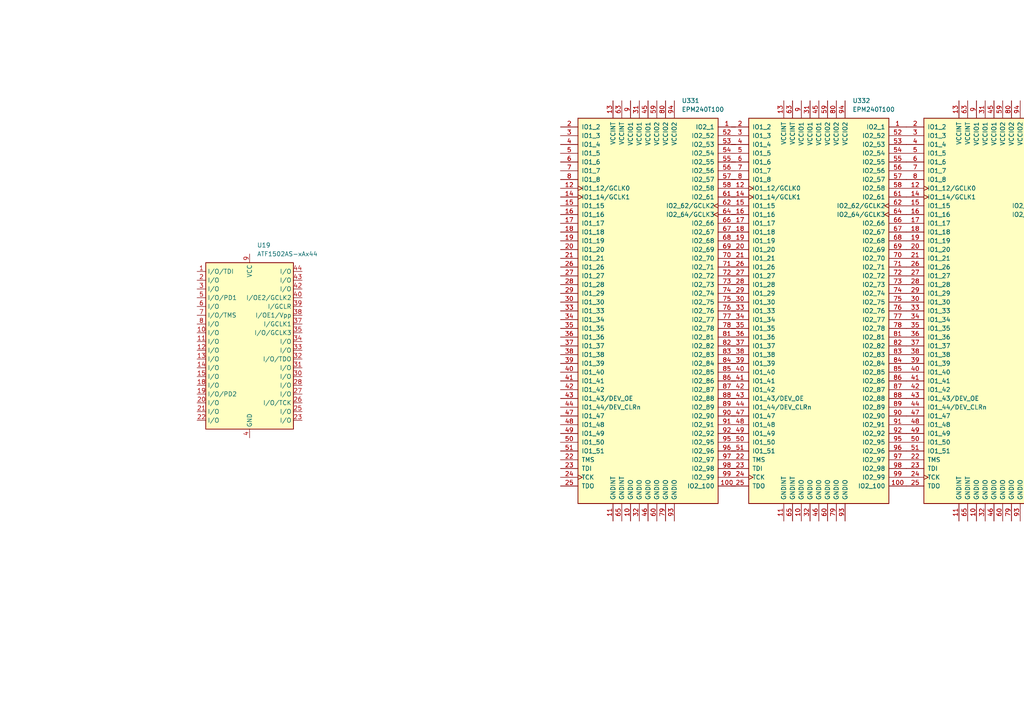
<source format=kicad_sch>
(kicad_sch (version 20250114) (generator "eeschema") (generator_version "9.0")
  (paper "A4")
  (lib_symbols
    (symbol "CPLD_Altera:EPM240T100" (pin_names (offset 1.016))
      (property "Reference" "U" (at 10.16 57.15 0))
      (property "Value" "EPM240T100" (at 10.16 -57.15 0))
      (symbol "EPM240T100_1_1"
        (rectangle (start -20.32 55.88) (end 20.32 -55.88) (stroke (width 0.254)) (fill (type background)))
        (pin bidirectional line (at -25.4 53.34 0) (length 5.08) (name "IO1_2") (number "2"))
        (pin bidirectional line (at -25.4 50.8 0) (length 5.08) (name "IO1_3") (number "3"))
        (pin bidirectional line (at -25.4 48.26 0) (length 5.08) (name "IO1_4") (number "4"))
        (pin bidirectional line (at -25.4 45.72 0) (length 5.08) (name "IO1_5") (number "5"))
        (pin bidirectional line (at -25.4 43.18 0) (length 5.08) (name "IO1_6") (number "6"))
        (pin bidirectional line (at -25.4 40.64 0) (length 5.08) (name "IO1_7") (number "7"))
        (pin bidirectional line (at -25.4 38.1 0) (length 5.08) (name "IO1_8") (number "8"))
        (pin bidirectional clock (at -25.4 35.56 0) (length 5.08) (name "IO1_12/GCLK0") (number "12"))
        (pin bidirectional clock (at -25.4 33.02 0) (length 5.08) (name "IO1_14/GCLK1") (number "14"))
        (pin bidirectional line (at -25.4 30.48 0) (length 5.08) (name "IO1_15") (number "15"))
        (pin bidirectional line (at -25.4 27.94 0) (length 5.08) (name "IO1_16") (number "16"))
        (pin bidirectional line (at -25.4 25.4 0) (length 5.08) (name "IO1_17") (number "17"))
        (pin bidirectional line (at -25.4 22.86 0) (length 5.08) (name "IO1_18") (number "18"))
        (pin bidirectional line (at -25.4 20.32 0) (length 5.08) (name "IO1_19") (number "19"))
        (pin bidirectional line (at -25.4 17.78 0) (length 5.08) (name "IO1_20") (number "20"))
        (pin bidirectional line (at -25.4 15.24 0) (length 5.08) (name "IO1_21") (number "21"))
        (pin bidirectional line (at -25.4 12.7 0) (length 5.08) (name "IO1_26") (number "26"))
        (pin bidirectional line (at -25.4 10.16 0) (length 5.08) (name "IO1_27") (number "27"))
        (pin bidirectional line (at -25.4 7.62 0) (length 5.08) (name "IO1_28") (number "28"))
        (pin bidirectional line (at -25.4 5.08 0) (length 5.08) (name "IO1_29") (number "29"))
        (pin bidirectional line (at -25.4 2.54 0) (length 5.08) (name "IO1_30") (number "30"))
        (pin bidirectional line (at -25.4 0 0) (length 5.08) (name "IO1_33") (number "33"))
        (pin bidirectional line (at -25.4 -2.54 0) (length 5.08) (name "IO1_34") (number "34"))
        (pin bidirectional line (at -25.4 -5.08 0) (length 5.08) (name "IO1_35") (number "35"))
        (pin bidirectional line (at -25.4 -7.62 0) (length 5.08) (name "IO1_36") (number "36"))
        (pin bidirectional line (at -25.4 -10.16 0) (length 5.08) (name "IO1_37") (number "37"))
        (pin bidirectional line (at -25.4 -12.7 0) (length 5.08) (name "IO1_38") (number "38"))
        (pin bidirectional line (at -25.4 -15.24 0) (length 5.08) (name "IO1_39") (number "39"))
        (pin bidirectional line (at -25.4 -17.78 0) (length 5.08) (name "IO1_40") (number "40"))
        (pin bidirectional line (at -25.4 -20.32 0) (length 5.08) (name "IO1_41") (number "41"))
        (pin bidirectional line (at -25.4 -22.86 0) (length 5.08) (name "IO1_42") (number "42"))
        (pin bidirectional line (at -25.4 -25.4 0) (length 5.08) (name "IO1_43/DEV_OE") (number "43"))
        (pin bidirectional line (at -25.4 -27.94 0) (length 5.08) (name "IO1_44/DEV_CLRn") (number "44"))
        (pin bidirectional line (at -25.4 -30.48 0) (length 5.08) (name "IO1_47") (number "47"))
        (pin bidirectional line (at -25.4 -33.02 0) (length 5.08) (name "IO1_48") (number "48"))
        (pin bidirectional line (at -25.4 -35.56 0) (length 5.08) (name "IO1_49") (number "49"))
        (pin bidirectional line (at -25.4 -38.1 0) (length 5.08) (name "IO1_50") (number "50"))
        (pin bidirectional line (at -25.4 -40.64 0) (length 5.08) (name "IO1_51") (number "51"))
        (pin input line (at -25.4 -43.18 0) (length 5.08) (name "TMS") (number "22"))
        (pin input line (at -25.4 -45.72 0) (length 5.08) (name "TDI") (number "23"))
        (pin input clock (at -25.4 -48.26 0) (length 5.08) (name "TCK") (number "24"))
        (pin output line (at -25.4 -50.8 0) (length 5.08) (name "TDO") (number "25"))
        (pin power_in line (at -10.16 60.96 270) (length 5.08) (name "VCCINT") (number "13"))
        (pin power_in line (at -10.16 -60.96 90) (length 5.08) (name "GNDINT") (number "11"))
        (pin power_in line (at -7.62 60.96 270) (length 5.08) (name "VCCINT") (number "63"))
        (pin power_in line (at -7.62 -60.96 90) (length 5.08) (name "GNDINT") (number "65"))
        (pin power_in line (at -5.08 60.96 270) (length 5.08) (name "VCCIO1") (number "9"))
        (pin power_in line (at -5.08 -60.96 90) (length 5.08) (name "GNDIO") (number "10"))
        (pin power_in line (at -2.54 60.96 270) (length 5.08) (name "VCCIO1") (number "31"))
        (pin power_in line (at -2.54 -60.96 90) (length 5.08) (name "GNDIO") (number "32"))
        (pin power_in line (at 0 60.96 270) (length 5.08) (name "VCCIO1") (number "45"))
        (pin power_in line (at 0 -60.96 90) (length 5.08) (name "GNDIO") (number "46"))
        (pin power_in line (at 2.54 60.96 270) (length 5.08) (name "VCCIO2") (number "59"))
        (pin power_in line (at 2.54 -60.96 90) (length 5.08) (name "GNDIO") (number "60"))
        (pin power_in line (at 5.08 60.96 270) (length 5.08) (name "VCCIO2") (number "80"))
        (pin power_in line (at 5.08 -60.96 90) (length 5.08) (name "GNDIO") (number "79"))
        (pin power_in line (at 7.62 60.96 270) (length 5.08) (name "VCCIO2") (number "94"))
        (pin power_in line (at 7.62 -60.96 90) (length 5.08) (name "GNDIO") (number "93"))
        (pin bidirectional line (at 25.4 53.34 180) (length 5.08) (name "IO2_1") (number "1"))
        (pin bidirectional line (at 25.4 50.8 180) (length 5.08) (name "IO2_52") (number "52"))
        (pin bidirectional line (at 25.4 48.26 180) (length 5.08) (name "IO2_53") (number "53"))
        (pin bidirectional line (at 25.4 45.72 180) (length 5.08) (name "IO2_54") (number "54"))
        (pin bidirectional line (at 25.4 43.18 180) (length 5.08) (name "IO2_55") (number "55"))
        (pin bidirectional line (at 25.4 40.64 180) (length 5.08) (name "IO2_56") (number "56"))
        (pin bidirectional line (at 25.4 38.1 180) (length 5.08) (name "IO2_57") (number "57"))
        (pin bidirectional line (at 25.4 35.56 180) (length 5.08) (name "IO2_58") (number "58"))
        (pin bidirectional line (at 25.4 33.02 180) (length 5.08) (name "IO2_61") (number "61"))
        (pin bidirectional clock (at 25.4 30.48 180) (length 5.08) (name "IO2_62/GCLK2") (number "62"))
        (pin bidirectional clock (at 25.4 27.94 180) (length 5.08) (name "IO2_64/GCLK3") (number "64"))
        (pin bidirectional line (at 25.4 25.4 180) (length 5.08) (name "IO2_66") (number "66"))
        (pin bidirectional line (at 25.4 22.86 180) (length 5.08) (name "IO2_67") (number "67"))
        (pin bidirectional line (at 25.4 20.32 180) (length 5.08) (name "IO2_68") (number "68"))
        (pin bidirectional line (at 25.4 17.78 180) (length 5.08) (name "IO2_69") (number "69"))
        (pin bidirectional line (at 25.4 15.24 180) (length 5.08) (name "IO2_70") (number "70"))
        (pin bidirectional line (at 25.4 12.7 180) (length 5.08) (name "IO2_71") (number "71"))
        (pin bidirectional line (at 25.4 10.16 180) (length 5.08) (name "IO2_72") (number "72"))
        (pin bidirectional line (at 25.4 7.62 180) (length 5.08) (name "IO2_73") (number "73"))
        (pin bidirectional line (at 25.4 5.08 180) (length 5.08) (name "IO2_74") (number "74"))
        (pin bidirectional line (at 25.4 2.54 180) (length 5.08) (name "IO2_75") (number "75"))
        (pin bidirectional line (at 25.4 0 180) (length 5.08) (name "IO2_76") (number "76"))
        (pin bidirectional line (at 25.4 -2.54 180) (length 5.08) (name "IO2_77") (number "77"))
        (pin bidirectional line (at 25.4 -5.08 180) (length 5.08) (name "IO2_78") (number "78"))
        (pin bidirectional line (at 25.4 -7.62 180) (length 5.08) (name "IO2_81") (number "81"))
        (pin bidirectional line (at 25.4 -10.16 180) (length 5.08) (name "IO2_82") (number "82"))
        (pin bidirectional line (at 25.4 -12.7 180) (length 5.08) (name "IO2_83") (number "83"))
        (pin bidirectional line (at 25.4 -15.24 180) (length 5.08) (name "IO2_84") (number "84"))
        (pin bidirectional line (at 25.4 -17.78 180) (length 5.08) (name "IO2_85") (number "85"))
        (pin bidirectional line (at 25.4 -20.32 180) (length 5.08) (name "IO2_86") (number "86"))
        (pin bidirectional line (at 25.4 -22.86 180) (length 5.08) (name "IO2_87") (number "87"))
        (pin bidirectional line (at 25.4 -25.4 180) (length 5.08) (name "IO2_88") (number "88"))
        (pin bidirectional line (at 25.4 -27.94 180) (length 5.08) (name "IO2_89") (number "89"))
        (pin bidirectional line (at 25.4 -30.48 180) (length 5.08) (name "IO2_90") (number "90"))
        (pin bidirectional line (at 25.4 -33.02 180) (length 5.08) (name "IO2_91") (number "91"))
        (pin bidirectional line (at 25.4 -35.56 180) (length 5.08) (name "IO2_92") (number "92"))
        (pin bidirectional line (at 25.4 -38.1 180) (length 5.08) (name "IO2_95") (number "95"))
        (pin bidirectional line (at 25.4 -40.64 180) (length 5.08) (name "IO2_96") (number "96"))
        (pin bidirectional line (at 25.4 -43.18 180) (length 5.08) (name "IO2_97") (number "97"))
        (pin bidirectional line (at 25.4 -45.72 180) (length 5.08) (name "IO2_98") (number "98"))
        (pin bidirectional line (at 25.4 -48.26 180) (length 5.08) (name "IO2_99") (number "99"))
        (pin bidirectional line (at 25.4 -50.8 180) (length 5.08) (name "IO2_100") (number "100"))
      )
    )
    (symbol "CPLD_Microchip:ATF1502AS-xAx44"
      (property "Reference" "U" (at -12.7 24.13 0))
      (property "Value" "ATF1502AS-xAx44" (at 12.7 24.13 0))
      (symbol "ATF1502AS-xAx44_0_1"
        (rectangle (start -12.7 22.86) (end 12.7 -25.4) (stroke (width 0.254)) (fill (type background)))
      )
      (symbol "ATF1502AS-xAx44_1_1"
        (pin bidirectional line (at -15.24 20.32 0) (length 2.54) (name "I/O/TDI") (number "1"))
        (pin bidirectional line (at -15.24 17.78 0) (length 2.54) (name "I/O") (number "2"))
        (pin bidirectional line (at -15.24 15.24 0) (length 2.54) (name "I/O") (number "3"))
        (pin bidirectional line (at -15.24 12.7 0) (length 2.54) (name "I/O/PD1") (number "5"))
        (pin bidirectional line (at -15.24 10.16 0) (length 2.54) (name "I/O") (number "6"))
        (pin bidirectional line (at -15.24 7.62 0) (length 2.54) (name "I/O/TMS") (number "7"))
        (pin bidirectional line (at -15.24 5.08 0) (length 2.54) (name "I/O") (number "8"))
        (pin bidirectional line (at -15.24 2.54 0) (length 2.54) (name "I/O") (number "10"))
        (pin bidirectional line (at -15.24 0 0) (length 2.54) (name "I/O") (number "11"))
        (pin bidirectional line (at -15.24 -2.54 0) (length 2.54) (name "I/O") (number "12"))
        (pin bidirectional line (at -15.24 -5.08 0) (length 2.54) (name "I/O") (number "13"))
        (pin bidirectional line (at -15.24 -7.62 0) (length 2.54) (name "I/O") (number "14"))
        (pin bidirectional line (at -15.24 -10.16 0) (length 2.54) (name "I/O") (number "15"))
        (pin bidirectional line (at -15.24 -12.7 0) (length 2.54) (name "I/O") (number "18"))
        (pin bidirectional line (at -15.24 -15.24 0) (length 2.54) (name "I/O/PD2") (number "19"))
        (pin bidirectional line (at -15.24 -17.78 0) (length 2.54) (name "I/O") (number "20"))
        (pin bidirectional line (at -15.24 -20.32 0) (length 2.54) (name "I/O") (number "21"))
        (pin bidirectional line (at -15.24 -22.86 0) (length 2.54) (name "I/O") (number "22"))
        (pin passive line (at 0 25.4 270) (length 2.54) (hide yes) (name "VCC") (number "17"))
        (pin passive line (at 0 25.4 270) (length 2.54) (hide yes) (name "VCC") (number "29"))
        (pin passive line (at 0 25.4 270) (length 2.54) (hide yes) (name "VCC") (number "41"))
        (pin power_in line (at 0 25.4 270) (length 2.54) (name "VCC") (number "9"))
        (pin passive line (at 0 -27.94 90) (length 2.54) (hide yes) (name "GND") (number "16"))
        (pin passive line (at 0 -27.94 90) (length 2.54) (hide yes) (name "GND") (number "24"))
        (pin passive line (at 0 -27.94 90) (length 2.54) (hide yes) (name "GND") (number "36"))
        (pin power_in line (at 0 -27.94 90) (length 2.54) (name "GND") (number "4"))
        (pin bidirectional line (at 15.24 20.32 180) (length 2.54) (name "I/O") (number "44"))
        (pin bidirectional line (at 15.24 17.78 180) (length 2.54) (name "I/O") (number "43"))
        (pin bidirectional line (at 15.24 15.24 180) (length 2.54) (name "I/O") (number "42"))
        (pin input line (at 15.24 12.7 180) (length 2.54) (name "I/OE2/GCLK2") (number "40"))
        (pin input line (at 15.24 10.16 180) (length 2.54) (name "I/GCLR") (number "39"))
        (pin input line (at 15.24 7.62 180) (length 2.54) (name "I/OE1/Vpp") (number "38"))
        (pin input line (at 15.24 5.08 180) (length 2.54) (name "I/GCLK1") (number "37"))
        (pin bidirectional line (at 15.24 2.54 180) (length 2.54) (name "I/O/GCLK3") (number "35"))
        (pin bidirectional line (at 15.24 0 180) (length 2.54) (name "I/O") (number "34"))
        (pin bidirectional line (at 15.24 -2.54 180) (length 2.54) (name "I/O") (number "33"))
        (pin bidirectional line (at 15.24 -5.08 180) (length 2.54) (name "I/O/TDO") (number "32"))
        (pin bidirectional line (at 15.24 -7.62 180) (length 2.54) (name "I/O") (number "31"))
        (pin bidirectional line (at 15.24 -10.16 180) (length 2.54) (name "I/O") (number "30"))
        (pin bidirectional line (at 15.24 -12.7 180) (length 2.54) (name "I/O") (number "28"))
        (pin bidirectional line (at 15.24 -15.24 180) (length 2.54) (name "I/O") (number "27"))
        (pin bidirectional line (at 15.24 -17.78 180) (length 2.54) (name "I/O/TCK") (number "26"))
        (pin bidirectional line (at 15.24 -20.32 180) (length 2.54) (name "I/O") (number "25"))
        (pin bidirectional line (at 15.24 -22.86 180) (length 2.54) (name "I/O") (number "23"))
      )
    )
  )
  (symbol (lib_id "CPLD_Microchip:ATF1502AS-xAx44") (at 72.39 99.06 0) (unit 1)
    (property "Reference" "U19" (at 74.5333 71.12 0) (effects (justify left)))
    (property "Value" "ATF1502AS-xAx44" (at 74.5333 73.66 0) (effects (justify left)))
    (property "Footprint" "Package_QFP:TQFP-44_10x10mm_P0.8mm" (effects (hide yes)))
    (property "Datasheet" "http://ww1.microchip.com/downloads/en/DeviceDoc/Atmel-0995-CPLD-ATF1502AS(L)-Datasheet.pdf" (effects (hide yes)))
    (property "Description" "Microchip CPLD, 32 Macrocell, 5 V, TQFP-44" (effects (hide yes)))
  )
  (symbol (lib_id "CPLD_Altera:EPM240T100") (at 339.09 90.17 0) (unit 1)
    (property "Reference" "U334" (at 348.8533 29.21 0) (effects (justify left)))
    (property "Value" "EPM240T100" (at 348.8533 31.75 0) (effects (justify left)))
    (property "Footprint" "Package_QFP:LQFP-100_14x14mm_P0.5mm" (effects (hide yes)))
    (property "Datasheet" "https://www.altera.com/content/dam/altera-www/global/en_US/pdfs/literature/hb/max2/max2_mii5v1.pdf" (effects (hide yes)))
    (property "Description" "Altera MAX2 CPLD with 240 LE" (effects (hide yes)))
  )
  (symbol (lib_id "CPLD_Altera:EPM240T100") (at 288.29 90.17 0) (unit 1)
    (property "Reference" "U333" (at 298.0533 29.21 0) (effects (justify left)))
    (property "Value" "EPM240T100" (at 298.0533 31.75 0) (effects (justify left)))
    (property "Footprint" "Package_QFP:LQFP-100_14x14mm_P0.5mm" (effects (hide yes)))
    (property "Datasheet" "https://www.altera.com/content/dam/altera-www/global/en_US/pdfs/literature/hb/max2/max2_mii5v1.pdf" (effects (hide yes)))
    (property "Description" "Altera MAX2 CPLD with 240 LE" (effects (hide yes)))
  )
  (symbol (lib_id "CPLD_Altera:EPM240T100") (at 237.49 90.17 0) (unit 1)
    (property "Reference" "U332" (at 247.2533 29.21 0) (effects (justify left)))
    (property "Value" "EPM240T100" (at 247.2533 31.75 0) (effects (justify left)))
    (property "Footprint" "Package_QFP:LQFP-100_14x14mm_P0.5mm" (effects (hide yes)))
    (property "Datasheet" "https://www.altera.com/content/dam/altera-www/global/en_US/pdfs/literature/hb/max2/max2_mii5v1.pdf" (effects (hide yes)))
    (property "Description" "Altera MAX2 CPLD with 240 LE" (effects (hide yes)))
  )
  (symbol (lib_id "CPLD_Altera:EPM240T100") (at 389.89 90.17 0) (unit 1)
    (property "Reference" "U335" (at 399.6533 29.21 0) (effects (justify left)))
    (property "Value" "EPM240T100" (at 399.6533 31.75 0) (effects (justify left)))
    (property "Footprint" "Package_QFP:LQFP-100_14x14mm_P0.5mm" (effects (hide yes)))
    (property "Datasheet" "https://www.altera.com/content/dam/altera-www/global/en_US/pdfs/literature/hb/max2/max2_mii5v1.pdf" (effects (hide yes)))
    (property "Description" "Altera MAX2 CPLD with 240 LE" (effects (hide yes)))
  )
  (symbol (lib_id "CPLD_Altera:EPM240T100") (at 187.96 90.17 0) (unit 1)
    (property "Reference" "U331" (at 197.7233 29.21 0) (effects (justify left)))
    (property "Value" "EPM240T100" (at 197.7233 31.75 0) (effects (justify left)))
    (property "Footprint" "Package_QFP:LQFP-100_14x14mm_P0.5mm" (effects (hide yes)))
    (property "Datasheet" "https://www.altera.com/content/dam/altera-www/global/en_US/pdfs/literature/hb/max2/max2_mii5v1.pdf" (effects (hide yes)))
    (property "Description" "Altera MAX2 CPLD with 240 LE" (effects (hide yes)))
  )
)
</source>
